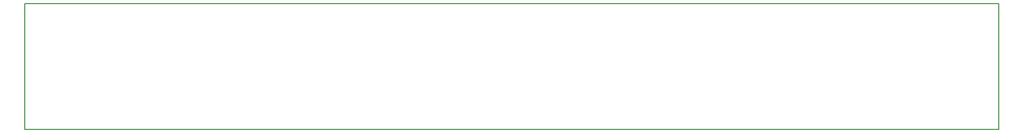
<source format=gm1>
G04 #@! TF.GenerationSoftware,KiCad,Pcbnew,(6.0.7)*
G04 #@! TF.CreationDate,2022-08-09T16:52:42+03:00*
G04 #@! TF.ProjectId,dock_rs232,646f636b-5f72-4733-9233-322e6b696361,rev?*
G04 #@! TF.SameCoordinates,Original*
G04 #@! TF.FileFunction,Profile,NP*
%FSLAX46Y46*%
G04 Gerber Fmt 4.6, Leading zero omitted, Abs format (unit mm)*
G04 Created by KiCad (PCBNEW (6.0.7)) date 2022-08-09 16:52:42*
%MOMM*%
%LPD*%
G01*
G04 APERTURE LIST*
G04 #@! TA.AperFunction,Profile*
%ADD10C,0.200000*%
G04 #@! TD*
G04 APERTURE END LIST*
D10*
X374105919Y-94917354D02*
X374105919Y-115617354D01*
X214105919Y-94917354D02*
X374105919Y-94917354D01*
X374105919Y-115617354D02*
X214105919Y-115617354D01*
X214105919Y-115617354D02*
X214105919Y-94917354D01*
M02*

</source>
